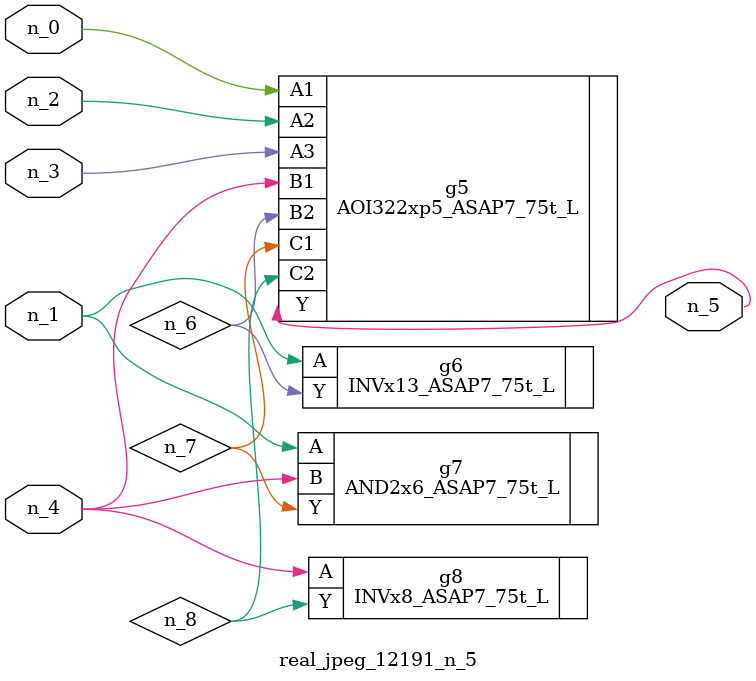
<source format=v>
module real_jpeg_12191_n_5 (n_4, n_0, n_1, n_2, n_3, n_5);

input n_4;
input n_0;
input n_1;
input n_2;
input n_3;

output n_5;

wire n_8;
wire n_6;
wire n_7;

AOI322xp5_ASAP7_75t_L g5 ( 
.A1(n_0),
.A2(n_2),
.A3(n_3),
.B1(n_4),
.B2(n_6),
.C1(n_7),
.C2(n_8),
.Y(n_5)
);

INVx13_ASAP7_75t_L g6 ( 
.A(n_1),
.Y(n_6)
);

AND2x6_ASAP7_75t_L g7 ( 
.A(n_1),
.B(n_4),
.Y(n_7)
);

INVx8_ASAP7_75t_L g8 ( 
.A(n_4),
.Y(n_8)
);


endmodule
</source>
